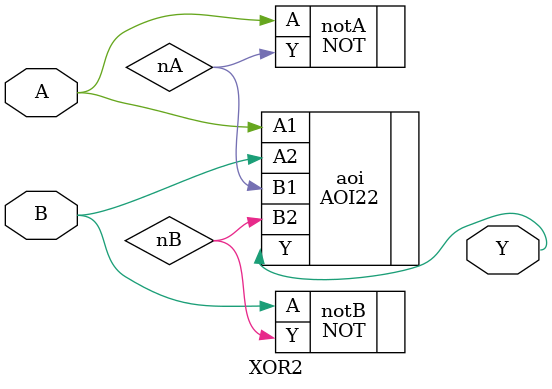
<source format=v>
`include "../NOT/NOT.v"
`include "../AOI22/AOI22.v"

module XOR2(
    output Y,
    input A,
    input B
);
    wire nA, nB;
    NOT notA(.A(A), .Y(nA));    
    NOT notB(.A(B), .Y(nB));
    AOI22 aoi(
        .A1(A),
        .A2(B),
        .B1(nA),
        .B2(nB),
        .Y(Y)
    );
endmodule
</source>
